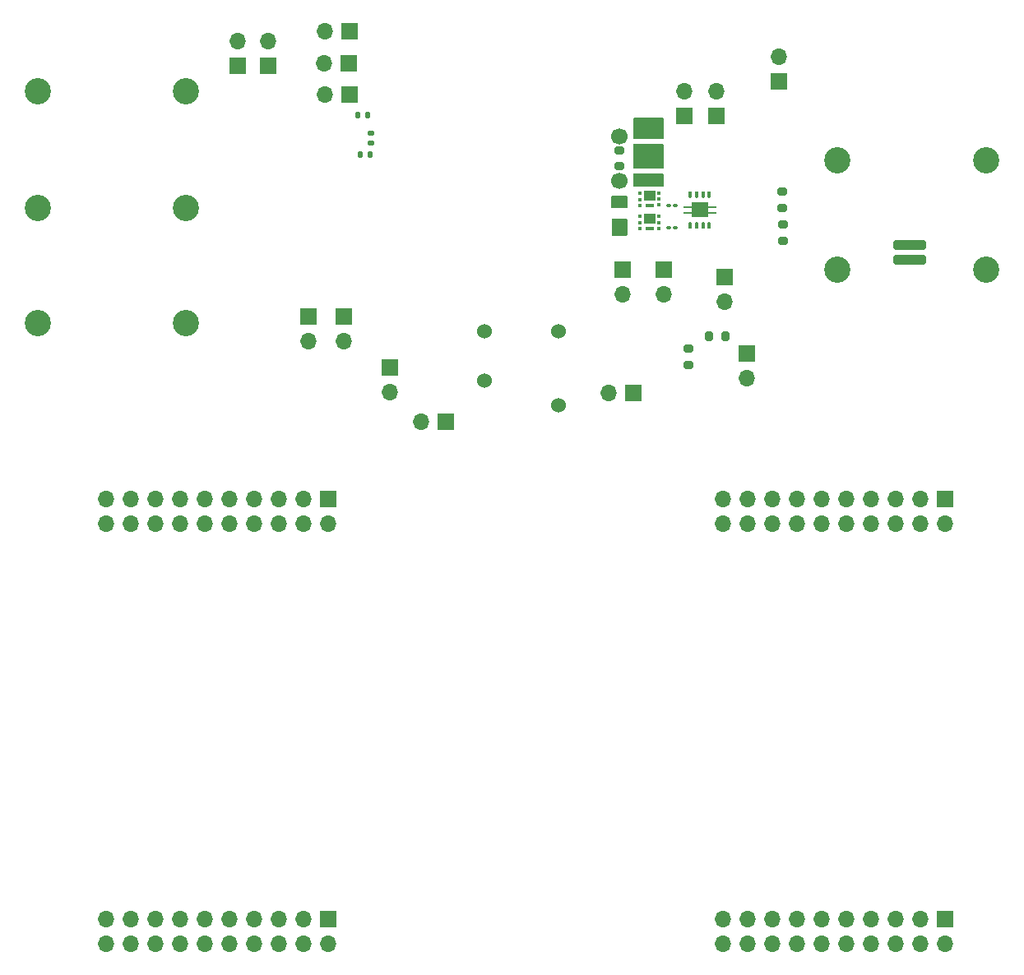
<source format=gbr>
%TF.GenerationSoftware,KiCad,Pcbnew,(6.0.1)*%
%TF.CreationDate,2023-08-02T16:38:55-05:00*%
%TF.ProjectId,board_v5,626f6172-645f-4763-952e-6b696361645f,rev?*%
%TF.SameCoordinates,Original*%
%TF.FileFunction,Soldermask,Bot*%
%TF.FilePolarity,Negative*%
%FSLAX46Y46*%
G04 Gerber Fmt 4.6, Leading zero omitted, Abs format (unit mm)*
G04 Created by KiCad (PCBNEW (6.0.1)) date 2023-08-02 16:38:55*
%MOMM*%
%LPD*%
G01*
G04 APERTURE LIST*
G04 Aperture macros list*
%AMRoundRect*
0 Rectangle with rounded corners*
0 $1 Rounding radius*
0 $2 $3 $4 $5 $6 $7 $8 $9 X,Y pos of 4 corners*
0 Add a 4 corners polygon primitive as box body*
4,1,4,$2,$3,$4,$5,$6,$7,$8,$9,$2,$3,0*
0 Add four circle primitives for the rounded corners*
1,1,$1+$1,$2,$3*
1,1,$1+$1,$4,$5*
1,1,$1+$1,$6,$7*
1,1,$1+$1,$8,$9*
0 Add four rect primitives between the rounded corners*
20,1,$1+$1,$2,$3,$4,$5,0*
20,1,$1+$1,$4,$5,$6,$7,0*
20,1,$1+$1,$6,$7,$8,$9,0*
20,1,$1+$1,$8,$9,$2,$3,0*%
G04 Aperture macros list end*
%ADD10R,1.700000X1.700000*%
%ADD11O,1.700000X1.700000*%
%ADD12C,1.524000*%
%ADD13C,2.700000*%
%ADD14C,1.700000*%
%ADD15RoundRect,0.225000X0.250000X-0.225000X0.250000X0.225000X-0.250000X0.225000X-0.250000X-0.225000X0*%
%ADD16RoundRect,0.100000X0.130000X0.100000X-0.130000X0.100000X-0.130000X-0.100000X0.130000X-0.100000X0*%
%ADD17RoundRect,0.135000X-0.135000X-0.185000X0.135000X-0.185000X0.135000X0.185000X-0.135000X0.185000X0*%
%ADD18RoundRect,0.140000X0.170000X-0.140000X0.170000X0.140000X-0.170000X0.140000X-0.170000X-0.140000X0*%
%ADD19RoundRect,0.200000X0.275000X-0.200000X0.275000X0.200000X-0.275000X0.200000X-0.275000X-0.200000X0*%
%ADD20RoundRect,0.218750X0.381250X-0.218750X0.381250X0.218750X-0.381250X0.218750X-0.381250X-0.218750X0*%
%ADD21RoundRect,0.200000X-0.200000X-0.275000X0.200000X-0.275000X0.200000X0.275000X-0.200000X0.275000X0*%
%ADD22R,0.425000X0.450000*%
%ADD23R,1.150000X1.050000*%
%ADD24R,0.850000X0.300000*%
%ADD25O,0.400000X0.650000*%
%ADD26R,0.400000X0.300000*%
%ADD27R,0.825000X0.230000*%
%ADD28R,1.750000X1.500000*%
%ADD29RoundRect,0.250000X-1.450000X0.250000X-1.450000X-0.250000X1.450000X-0.250000X1.450000X0.250000X0*%
%ADD30RoundRect,0.100000X-0.130000X-0.100000X0.130000X-0.100000X0.130000X0.100000X-0.130000X0.100000X0*%
%ADD31RoundRect,0.200000X-0.275000X0.200000X-0.275000X-0.200000X0.275000X-0.200000X0.275000X0.200000X0*%
%ADD32RoundRect,0.140000X-0.140000X-0.170000X0.140000X-0.170000X0.140000X0.170000X-0.140000X0.170000X0*%
G04 APERTURE END LIST*
D10*
%TO.C,Vpv*%
X117725000Y-41350000D03*
D11*
X117725000Y-38810000D03*
%TD*%
D10*
%TO.C,qp*%
X125075000Y-67150000D03*
D11*
X125075000Y-69690000D03*
%TD*%
D10*
%TO.C,Vgl*%
X129225000Y-41052499D03*
D11*
X126685000Y-41052499D03*
%TD*%
D10*
%TO.C,5V S*%
X158474999Y-75000001D03*
D11*
X155934999Y-75000001D03*
%TD*%
D10*
%TO.C,J7*%
X139174999Y-78000001D03*
D11*
X136634999Y-78000001D03*
%TD*%
D12*
%TO.C,U9*%
X150810000Y-76310000D03*
X150810000Y-68690000D03*
X143190000Y-68690000D03*
X143190000Y-73770000D03*
%TD*%
D10*
%TO.C,Vgh*%
X167070000Y-46530000D03*
D11*
X167070000Y-43990000D03*
%TD*%
D10*
%TO.C,qs*%
X167840000Y-63055000D03*
D11*
X167840000Y-65595000D03*
%TD*%
D10*
%TO.C,J4*%
X127075000Y-85995000D03*
D11*
X124535000Y-85995000D03*
X121995000Y-85995000D03*
X119455000Y-85995000D03*
X116915000Y-85995000D03*
X114375000Y-85995000D03*
X111835000Y-85995000D03*
X109295000Y-85995000D03*
X106755000Y-85995000D03*
X104215000Y-85995000D03*
X127075000Y-88535000D03*
X124535000Y-88535000D03*
X121995000Y-88535000D03*
X119455000Y-88535000D03*
X116915000Y-88535000D03*
X114375000Y-88535000D03*
X111835000Y-88535000D03*
X109295000Y-88535000D03*
X106755000Y-88535000D03*
X104215000Y-88535000D03*
%TD*%
D10*
%TO.C,Vsw*%
X129250000Y-37794999D03*
D11*
X126710000Y-37794999D03*
%TD*%
D13*
%TO.C,J10*%
X179500000Y-62350000D03*
X194800000Y-62350000D03*
%TD*%
D14*
%TO.C,REF\u002A\u002A*%
X157050000Y-48610000D03*
%TD*%
D10*
%TO.C,Vin*%
X120850000Y-41350000D03*
D11*
X120850000Y-38810000D03*
%TD*%
D13*
%TO.C,J2*%
X97150000Y-55950000D03*
X112450000Y-55950000D03*
%TD*%
D10*
%TO.C,TP10*%
X170200000Y-70975000D03*
D11*
X170200000Y-73515000D03*
%TD*%
D10*
%TO.C,Vgl*%
X161630000Y-62300000D03*
D11*
X161630000Y-64840000D03*
%TD*%
D10*
%TO.C,J6*%
X127075000Y-129195000D03*
D11*
X124535000Y-129195000D03*
X121995000Y-129195000D03*
X119455000Y-129195000D03*
X116915000Y-129195000D03*
X114375000Y-129195000D03*
X111835000Y-129195000D03*
X109295000Y-129195000D03*
X106755000Y-129195000D03*
X104215000Y-129195000D03*
X127075000Y-131735000D03*
X124535000Y-131735000D03*
X121995000Y-131735000D03*
X119455000Y-131735000D03*
X116915000Y-131735000D03*
X114375000Y-131735000D03*
X111835000Y-131735000D03*
X109295000Y-131735000D03*
X106755000Y-131735000D03*
X104215000Y-131735000D03*
%TD*%
D13*
%TO.C,J1*%
X97150000Y-43950000D03*
X112450000Y-43950000D03*
%TD*%
D10*
%TO.C,Vout*%
X173482000Y-42926000D03*
D11*
X173482000Y-40386000D03*
%TD*%
D10*
%TO.C,Vgh*%
X129250000Y-44310000D03*
D11*
X126710000Y-44310000D03*
%TD*%
D10*
%TO.C,J3*%
X190575000Y-85995000D03*
D11*
X188035000Y-85995000D03*
X185495000Y-85995000D03*
X182955000Y-85995000D03*
X180415000Y-85995000D03*
X177875000Y-85995000D03*
X175335000Y-85995000D03*
X172795000Y-85995000D03*
X170255000Y-85995000D03*
X167715000Y-85995000D03*
X190575000Y-88535000D03*
X188035000Y-88535000D03*
X185495000Y-88535000D03*
X182955000Y-88535000D03*
X180415000Y-88535000D03*
X177875000Y-88535000D03*
X175335000Y-88535000D03*
X172795000Y-88535000D03*
X170255000Y-88535000D03*
X167715000Y-88535000D03*
%TD*%
D10*
%TO.C,5V P*%
X133400000Y-72425000D03*
D11*
X133400000Y-74965000D03*
%TD*%
D10*
%TO.C,J5*%
X190570000Y-129190000D03*
D11*
X188030000Y-129190000D03*
X185490000Y-129190000D03*
X182950000Y-129190000D03*
X180410000Y-129190000D03*
X177870000Y-129190000D03*
X175330000Y-129190000D03*
X172790000Y-129190000D03*
X170250000Y-129190000D03*
X167710000Y-129190000D03*
X190570000Y-131730000D03*
X188030000Y-131730000D03*
X185490000Y-131730000D03*
X182950000Y-131730000D03*
X180410000Y-131730000D03*
X177870000Y-131730000D03*
X175330000Y-131730000D03*
X172790000Y-131730000D03*
X170250000Y-131730000D03*
X167710000Y-131730000D03*
%TD*%
D13*
%TO.C,J8*%
X194818000Y-51054000D03*
X179518000Y-51054000D03*
%TD*%
D14*
%TO.C,REF\u002A\u002A*%
X157050000Y-53150000D03*
%TD*%
D10*
%TO.C,Vsw*%
X157400000Y-62300000D03*
D11*
X157400000Y-64840000D03*
%TD*%
D13*
%TO.C,J9*%
X97150000Y-67800000D03*
X112450000Y-67800000D03*
%TD*%
D10*
%TO.C,Vc*%
X128700000Y-67150000D03*
D11*
X128700000Y-69690000D03*
%TD*%
D10*
%TO.C,Vc*%
X163750000Y-46530000D03*
D11*
X163750000Y-43990000D03*
%TD*%
D15*
%TO.C,C16*%
X160920000Y-49895000D03*
X160920000Y-48345000D03*
%TD*%
D16*
%TO.C,R22*%
X162795000Y-55770000D03*
X162155000Y-55770000D03*
%TD*%
D17*
%TO.C,R1*%
X130394520Y-50445000D03*
X131414520Y-50445000D03*
%TD*%
D18*
%TO.C,C4*%
X131474520Y-49275000D03*
X131474520Y-48315000D03*
%TD*%
D19*
%TO.C,R7*%
X157040000Y-51670000D03*
X157040000Y-50020000D03*
%TD*%
D20*
%TO.C,Llk1*%
X157030000Y-57525000D03*
X157030000Y-55400000D03*
%TD*%
D15*
%TO.C,C10*%
X160920000Y-53018000D03*
X160920000Y-51468000D03*
%TD*%
D21*
%TO.C,R13*%
X166275000Y-69150000D03*
X167925000Y-69150000D03*
%TD*%
D22*
%TO.C,U4*%
X161140000Y-56820000D03*
X161140000Y-57470000D03*
X161140000Y-58070000D03*
X159140000Y-58120000D03*
X159140000Y-57520000D03*
X159140000Y-56870000D03*
D23*
X160140000Y-57120000D03*
D24*
X160140000Y-58120000D03*
%TD*%
D15*
%TO.C,C11*%
X159120000Y-49895000D03*
X159120000Y-48345000D03*
%TD*%
D25*
%TO.C,U8*%
X164365000Y-54630000D03*
D26*
X164365000Y-54430000D03*
X165015000Y-54430000D03*
D25*
X165015000Y-54630000D03*
X165665000Y-54630000D03*
D26*
X165665000Y-54430000D03*
D25*
X166315000Y-54630000D03*
D26*
X166315000Y-54430000D03*
X166315000Y-57930000D03*
D25*
X166315000Y-57730000D03*
X165665000Y-57730000D03*
D26*
X165665000Y-57930000D03*
D25*
X165015000Y-57730000D03*
D26*
X165015000Y-57930000D03*
D25*
X164365000Y-57730000D03*
D26*
X164365000Y-57930000D03*
D27*
X164060000Y-56500000D03*
X166619753Y-55860000D03*
D28*
X165340000Y-56180000D03*
D27*
X164059753Y-55860000D03*
X166620000Y-56500000D03*
%TD*%
D22*
%TO.C,U3*%
X161140000Y-54420000D03*
X161140000Y-55070000D03*
X161140000Y-55670000D03*
X159140000Y-55720000D03*
X159140000Y-55120000D03*
X159140000Y-54470000D03*
D23*
X160140000Y-54720000D03*
D24*
X160140000Y-55720000D03*
%TD*%
D29*
%TO.C,R14*%
X186944000Y-59822000D03*
X186944000Y-61322000D03*
%TD*%
D30*
%TO.C,R4*%
X162155000Y-57983000D03*
X162795000Y-57983000D03*
%TD*%
D15*
%TO.C,C15*%
X159120000Y-53018000D03*
X159120000Y-51468000D03*
%TD*%
D31*
%TO.C,R18*%
X173840000Y-54307500D03*
X173840000Y-55957500D03*
%TD*%
%TO.C,R12*%
X164180000Y-70490000D03*
X164180000Y-72140000D03*
%TD*%
D32*
%TO.C,C1*%
X130145000Y-46400000D03*
X131105000Y-46400000D03*
%TD*%
D31*
%TO.C,R17*%
X173900000Y-57712500D03*
X173900000Y-59362500D03*
%TD*%
G36*
X161592121Y-46720002D02*
G01*
X161638614Y-46773658D01*
X161650000Y-46826000D01*
X161650000Y-48774000D01*
X161629998Y-48842121D01*
X161576342Y-48888614D01*
X161524000Y-48900000D01*
X158626000Y-48900000D01*
X158557879Y-48879998D01*
X158511386Y-48826342D01*
X158500000Y-48774000D01*
X158500000Y-46826000D01*
X158520002Y-46757879D01*
X158573658Y-46711386D01*
X158626000Y-46700000D01*
X161524000Y-46700000D01*
X161592121Y-46720002D01*
G37*
G36*
X161542121Y-52420002D02*
G01*
X161588614Y-52473658D01*
X161600000Y-52526000D01*
X161600000Y-53674000D01*
X161579998Y-53742121D01*
X161526342Y-53788614D01*
X161474000Y-53800000D01*
X158576000Y-53800000D01*
X158507879Y-53779998D01*
X158461386Y-53726342D01*
X158450000Y-53674000D01*
X158450000Y-52526000D01*
X158470002Y-52457879D01*
X158523658Y-52411386D01*
X158576000Y-52400000D01*
X161474000Y-52400000D01*
X161542121Y-52420002D01*
G37*
G36*
X161542121Y-49370002D02*
G01*
X161588614Y-49423658D01*
X161600000Y-49476000D01*
X161600000Y-51824000D01*
X161579998Y-51892121D01*
X161526342Y-51938614D01*
X161474000Y-51950000D01*
X158576000Y-51950000D01*
X158507879Y-51929998D01*
X158461386Y-51876342D01*
X158450000Y-51824000D01*
X158450000Y-49476000D01*
X158470002Y-49407879D01*
X158523658Y-49361386D01*
X158576000Y-49350000D01*
X161474000Y-49350000D01*
X161542121Y-49370002D01*
G37*
G36*
X157817121Y-54720002D02*
G01*
X157863614Y-54773658D01*
X157875000Y-54826000D01*
X157875000Y-55849000D01*
X157854998Y-55917121D01*
X157801342Y-55963614D01*
X157749000Y-55975000D01*
X156351000Y-55975000D01*
X156282879Y-55954998D01*
X156236386Y-55901342D01*
X156225000Y-55849000D01*
X156225000Y-54826000D01*
X156245002Y-54757879D01*
X156298658Y-54711386D01*
X156351000Y-54700000D01*
X157749000Y-54700000D01*
X157817121Y-54720002D01*
G37*
G36*
X157792121Y-57095002D02*
G01*
X157838614Y-57148658D01*
X157850000Y-57201000D01*
X157850000Y-58699000D01*
X157829998Y-58767121D01*
X157776342Y-58813614D01*
X157724000Y-58825000D01*
X156376000Y-58825000D01*
X156307879Y-58804998D01*
X156261386Y-58751342D01*
X156250000Y-58699000D01*
X156250000Y-57201000D01*
X156270002Y-57132879D01*
X156323658Y-57086386D01*
X156376000Y-57075000D01*
X157724000Y-57075000D01*
X157792121Y-57095002D01*
G37*
M02*

</source>
